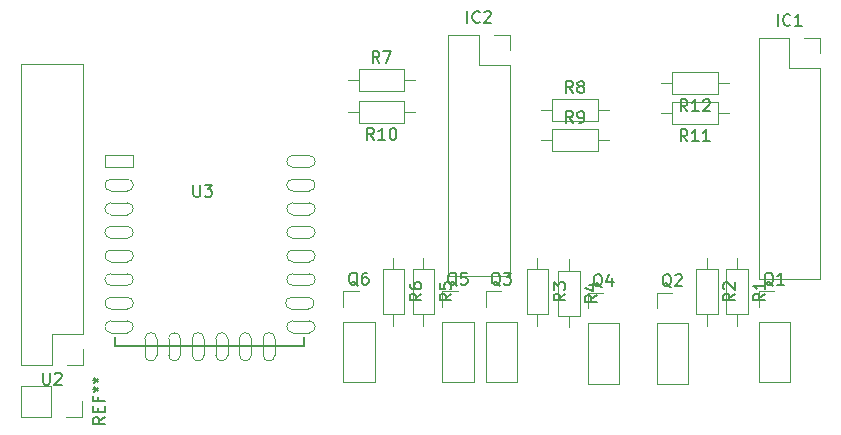
<source format=gbr>
G04 #@! TF.GenerationSoftware,KiCad,Pcbnew,(5.1.6)-1*
G04 #@! TF.CreationDate,2020-12-09T17:58:41+01:00*
G04 #@! TF.ProjectId,Rolety jadalnia x3,526f6c65-7479-4206-9a61-64616c6e6961,rev?*
G04 #@! TF.SameCoordinates,Original*
G04 #@! TF.FileFunction,Legend,Top*
G04 #@! TF.FilePolarity,Positive*
%FSLAX46Y46*%
G04 Gerber Fmt 4.6, Leading zero omitted, Abs format (unit mm)*
G04 Created by KiCad (PCBNEW (5.1.6)-1) date 2020-12-09 17:58:41*
%MOMM*%
%LPD*%
G01*
G04 APERTURE LIST*
%ADD10C,0.120000*%
%ADD11C,0.152400*%
%ADD12C,0.100000*%
%ADD13C,0.150000*%
G04 APERTURE END LIST*
D10*
X37846000Y-52010000D02*
X37846000Y-54670000D01*
X37846000Y-52010000D02*
X35246000Y-52010000D01*
X35246000Y-52010000D02*
X35246000Y-54670000D01*
X37846000Y-54670000D02*
X35246000Y-54670000D01*
X40446000Y-54670000D02*
X39116000Y-54670000D01*
X40446000Y-53340000D02*
X40446000Y-54670000D01*
X40493001Y-24752001D02*
X35293001Y-24752001D01*
X35293001Y-50272001D02*
X35293001Y-24752001D01*
X40493001Y-47672001D02*
X37893001Y-47672001D01*
X40493001Y-47672001D02*
X40493001Y-24752001D01*
X37893001Y-50272001D02*
X35293001Y-50272001D01*
X40493001Y-48942001D02*
X40493001Y-50272001D01*
X37893001Y-47672001D02*
X37893001Y-50272001D01*
X40493001Y-50272001D02*
X39163001Y-50272001D01*
X97730000Y-22546000D02*
X100330000Y-22546000D01*
X97730000Y-22546000D02*
X97730000Y-42986000D01*
X97730000Y-42986000D02*
X102930000Y-42986000D01*
X102930000Y-25146000D02*
X102930000Y-42986000D01*
X100330000Y-25146000D02*
X102930000Y-25146000D01*
X100330000Y-22546000D02*
X100330000Y-25146000D01*
X102930000Y-22546000D02*
X102930000Y-23876000D01*
X101600000Y-22546000D02*
X102930000Y-22546000D01*
X71441000Y-22292000D02*
X74041000Y-22292000D01*
X71441000Y-22292000D02*
X71441000Y-42732000D01*
X71441000Y-42732000D02*
X76641000Y-42732000D01*
X76641000Y-24892000D02*
X76641000Y-42732000D01*
X74041000Y-24892000D02*
X76641000Y-24892000D01*
X74041000Y-22292000D02*
X74041000Y-24892000D01*
X76641000Y-22292000D02*
X76641000Y-23622000D01*
X75311000Y-22292000D02*
X76641000Y-22292000D01*
X97730000Y-51749000D02*
X100390000Y-51749000D01*
X97730000Y-46609000D02*
X97730000Y-51749000D01*
X100390000Y-46609000D02*
X100390000Y-51749000D01*
X97730000Y-46609000D02*
X100390000Y-46609000D01*
X97730000Y-45339000D02*
X97730000Y-44009000D01*
X97730000Y-44009000D02*
X99060000Y-44009000D01*
X89094000Y-51876000D02*
X91754000Y-51876000D01*
X89094000Y-46736000D02*
X89094000Y-51876000D01*
X91754000Y-46736000D02*
X91754000Y-51876000D01*
X89094000Y-46736000D02*
X91754000Y-46736000D01*
X89094000Y-45466000D02*
X89094000Y-44136000D01*
X89094000Y-44136000D02*
X90424000Y-44136000D01*
X74616000Y-51749000D02*
X77276000Y-51749000D01*
X74616000Y-46609000D02*
X74616000Y-51749000D01*
X77276000Y-46609000D02*
X77276000Y-51749000D01*
X74616000Y-46609000D02*
X77276000Y-46609000D01*
X74616000Y-45339000D02*
X74616000Y-44009000D01*
X74616000Y-44009000D02*
X75946000Y-44009000D01*
X83252000Y-51876000D02*
X85912000Y-51876000D01*
X83252000Y-46736000D02*
X83252000Y-51876000D01*
X85912000Y-46736000D02*
X85912000Y-51876000D01*
X83252000Y-46736000D02*
X85912000Y-46736000D01*
X83252000Y-45466000D02*
X83252000Y-44136000D01*
X83252000Y-44136000D02*
X84582000Y-44136000D01*
X70933000Y-51749000D02*
X73593000Y-51749000D01*
X70933000Y-46609000D02*
X70933000Y-51749000D01*
X73593000Y-46609000D02*
X73593000Y-51749000D01*
X70933000Y-46609000D02*
X73593000Y-46609000D01*
X70933000Y-45339000D02*
X70933000Y-44009000D01*
X70933000Y-44009000D02*
X72263000Y-44009000D01*
X62551000Y-51749000D02*
X65211000Y-51749000D01*
X62551000Y-46609000D02*
X62551000Y-51749000D01*
X65211000Y-46609000D02*
X65211000Y-51749000D01*
X62551000Y-46609000D02*
X65211000Y-46609000D01*
X62551000Y-45339000D02*
X62551000Y-44009000D01*
X62551000Y-44009000D02*
X63881000Y-44009000D01*
D11*
X43257001Y-47891001D02*
X43257001Y-48653001D01*
X43257001Y-48653001D02*
X59259001Y-48653001D01*
X59259001Y-48653001D02*
X59259001Y-47891001D01*
D10*
X96805000Y-42149000D02*
X94965000Y-42149000D01*
X94965000Y-42149000D02*
X94965000Y-45989000D01*
X94965000Y-45989000D02*
X96805000Y-45989000D01*
X96805000Y-45989000D02*
X96805000Y-42149000D01*
X95885000Y-41199000D02*
X95885000Y-42149000D01*
X95885000Y-46939000D02*
X95885000Y-45989000D01*
X93345000Y-46939000D02*
X93345000Y-45989000D01*
X93345000Y-41199000D02*
X93345000Y-42149000D01*
X94265000Y-45989000D02*
X94265000Y-42149000D01*
X92425000Y-45989000D02*
X94265000Y-45989000D01*
X92425000Y-42149000D02*
X92425000Y-45989000D01*
X94265000Y-42149000D02*
X92425000Y-42149000D01*
X79914000Y-42149000D02*
X78074000Y-42149000D01*
X78074000Y-42149000D02*
X78074000Y-45989000D01*
X78074000Y-45989000D02*
X79914000Y-45989000D01*
X79914000Y-45989000D02*
X79914000Y-42149000D01*
X78994000Y-41199000D02*
X78994000Y-42149000D01*
X78994000Y-46939000D02*
X78994000Y-45989000D01*
X81661000Y-47066000D02*
X81661000Y-46116000D01*
X81661000Y-41326000D02*
X81661000Y-42276000D01*
X82581000Y-46116000D02*
X82581000Y-42276000D01*
X80741000Y-46116000D02*
X82581000Y-46116000D01*
X80741000Y-42276000D02*
X80741000Y-46116000D01*
X82581000Y-42276000D02*
X80741000Y-42276000D01*
X70262000Y-42149000D02*
X68422000Y-42149000D01*
X68422000Y-42149000D02*
X68422000Y-45989000D01*
X68422000Y-45989000D02*
X70262000Y-45989000D01*
X70262000Y-45989000D02*
X70262000Y-42149000D01*
X69342000Y-41199000D02*
X69342000Y-42149000D01*
X69342000Y-46939000D02*
X69342000Y-45989000D01*
X66802000Y-46939000D02*
X66802000Y-45989000D01*
X66802000Y-41199000D02*
X66802000Y-42149000D01*
X67722000Y-45989000D02*
X67722000Y-42149000D01*
X65882000Y-45989000D02*
X67722000Y-45989000D01*
X65882000Y-42149000D02*
X65882000Y-45989000D01*
X67722000Y-42149000D02*
X65882000Y-42149000D01*
X63866000Y-25242000D02*
X63866000Y-27082000D01*
X63866000Y-27082000D02*
X67706000Y-27082000D01*
X67706000Y-27082000D02*
X67706000Y-25242000D01*
X67706000Y-25242000D02*
X63866000Y-25242000D01*
X62916000Y-26162000D02*
X63866000Y-26162000D01*
X68656000Y-26162000D02*
X67706000Y-26162000D01*
X85039000Y-28702000D02*
X84089000Y-28702000D01*
X79299000Y-28702000D02*
X80249000Y-28702000D01*
X84089000Y-27782000D02*
X80249000Y-27782000D01*
X84089000Y-29622000D02*
X84089000Y-27782000D01*
X80249000Y-29622000D02*
X84089000Y-29622000D01*
X80249000Y-27782000D02*
X80249000Y-29622000D01*
X80249000Y-30322000D02*
X80249000Y-32162000D01*
X80249000Y-32162000D02*
X84089000Y-32162000D01*
X84089000Y-32162000D02*
X84089000Y-30322000D01*
X84089000Y-30322000D02*
X80249000Y-30322000D01*
X79299000Y-31242000D02*
X80249000Y-31242000D01*
X85039000Y-31242000D02*
X84089000Y-31242000D01*
X62916000Y-28829000D02*
X63866000Y-28829000D01*
X68656000Y-28829000D02*
X67706000Y-28829000D01*
X63866000Y-29749000D02*
X67706000Y-29749000D01*
X63866000Y-27909000D02*
X63866000Y-29749000D01*
X67706000Y-27909000D02*
X63866000Y-27909000D01*
X67706000Y-29749000D02*
X67706000Y-27909000D01*
X94249000Y-29876000D02*
X94249000Y-28036000D01*
X94249000Y-28036000D02*
X90409000Y-28036000D01*
X90409000Y-28036000D02*
X90409000Y-29876000D01*
X90409000Y-29876000D02*
X94249000Y-29876000D01*
X95199000Y-28956000D02*
X94249000Y-28956000D01*
X89459000Y-28956000D02*
X90409000Y-28956000D01*
X89459000Y-26416000D02*
X90409000Y-26416000D01*
X95199000Y-26416000D02*
X94249000Y-26416000D01*
X90409000Y-27336000D02*
X94249000Y-27336000D01*
X90409000Y-25496000D02*
X90409000Y-27336000D01*
X94249000Y-25496000D02*
X90409000Y-25496000D01*
X94249000Y-27336000D02*
X94249000Y-25496000D01*
D12*
X56763001Y-49432001D02*
X56763001Y-48032001D01*
X55763001Y-49432001D02*
X55763001Y-48032001D01*
X56763001Y-48032001D02*
G75*
G03*
X55763001Y-48032001I-500000J0D01*
G01*
X55763001Y-49432001D02*
G75*
G03*
X56763001Y-49432001I500000J0D01*
G01*
X54763001Y-49432001D02*
X54763001Y-48032001D01*
X53763001Y-49432001D02*
X53763001Y-48032001D01*
X54763001Y-48032001D02*
G75*
G03*
X53763001Y-48032001I-500000J0D01*
G01*
X53763001Y-49432001D02*
G75*
G03*
X54763001Y-49432001I500000J0D01*
G01*
X52763001Y-49432001D02*
X52763001Y-48032001D01*
X51763001Y-49432001D02*
X51763001Y-48032001D01*
X52763001Y-48032001D02*
G75*
G03*
X51763001Y-48032001I-500000J0D01*
G01*
X51763001Y-49432001D02*
G75*
G03*
X52763001Y-49432001I500000J0D01*
G01*
X50763001Y-49432001D02*
X50763001Y-48032001D01*
X49763001Y-49432001D02*
X49763001Y-48032001D01*
X50763001Y-48032001D02*
G75*
G03*
X49763001Y-48032001I-500000J0D01*
G01*
X49763001Y-49432001D02*
G75*
G03*
X50763001Y-49432001I500000J0D01*
G01*
X48763001Y-49432001D02*
X48763001Y-48032001D01*
X47763001Y-49432001D02*
X47763001Y-48032001D01*
X48763001Y-48032001D02*
G75*
G03*
X47763001Y-48032001I-500000J0D01*
G01*
X47763001Y-49432001D02*
G75*
G03*
X48763001Y-49432001I500000J0D01*
G01*
X46763001Y-49432001D02*
X46763001Y-48032001D01*
X45763001Y-49432001D02*
X45763001Y-48032001D01*
X46763001Y-48032001D02*
G75*
G03*
X45763001Y-48032001I-500000J0D01*
G01*
X45763001Y-49432001D02*
G75*
G03*
X46763001Y-49432001I500000J0D01*
G01*
X58273001Y-33532001D02*
X59673001Y-33532001D01*
X58273001Y-32532001D02*
X59673001Y-32532001D01*
X59673001Y-33532001D02*
G75*
G03*
X59673001Y-32532001I0J500000D01*
G01*
X58273001Y-32532001D02*
G75*
G03*
X58273001Y-33532001I0J-500000D01*
G01*
X58273001Y-35532001D02*
X59673001Y-35532001D01*
X58273001Y-34532001D02*
X59673001Y-34532001D01*
X59673001Y-35532001D02*
G75*
G03*
X59673001Y-34532001I0J500000D01*
G01*
X58273001Y-34532001D02*
G75*
G03*
X58273001Y-35532001I0J-500000D01*
G01*
X58273001Y-37532001D02*
X59673001Y-37532001D01*
X58273001Y-36532001D02*
X59673001Y-36532001D01*
X59673001Y-37532001D02*
G75*
G03*
X59673001Y-36532001I0J500000D01*
G01*
X58273001Y-36532001D02*
G75*
G03*
X58273001Y-37532001I0J-500000D01*
G01*
X58273001Y-39532001D02*
X59673001Y-39532001D01*
X58273001Y-38532001D02*
X59673001Y-38532001D01*
X59673001Y-39532001D02*
G75*
G03*
X59673001Y-38532001I0J500000D01*
G01*
X58273001Y-38532001D02*
G75*
G03*
X58273001Y-39532001I0J-500000D01*
G01*
X58273001Y-41532001D02*
X59673001Y-41532001D01*
X58273001Y-40532001D02*
X59673001Y-40532001D01*
X59673001Y-41532001D02*
G75*
G03*
X59673001Y-40532001I0J500000D01*
G01*
X58273001Y-40532001D02*
G75*
G03*
X58273001Y-41532001I0J-500000D01*
G01*
X58273001Y-43532001D02*
X59673001Y-43532001D01*
X58273001Y-42532001D02*
X59673001Y-42532001D01*
X59673001Y-43532001D02*
G75*
G03*
X59673001Y-42532001I0J500000D01*
G01*
X58273001Y-42532001D02*
G75*
G03*
X58273001Y-43532001I0J-500000D01*
G01*
X58173001Y-45532001D02*
X59573001Y-45532001D01*
X58173001Y-44532001D02*
X59573001Y-44532001D01*
X59573001Y-45532001D02*
G75*
G03*
X59573001Y-44532001I0J500000D01*
G01*
X58173001Y-44532001D02*
G75*
G03*
X58173001Y-45532001I0J-500000D01*
G01*
X58273001Y-47532001D02*
X59673001Y-47532001D01*
X58273001Y-46532001D02*
X59673001Y-46532001D01*
X59673001Y-47532001D02*
G75*
G03*
X59673001Y-46532001I0J500000D01*
G01*
X58273001Y-46532001D02*
G75*
G03*
X58273001Y-47532001I0J-500000D01*
G01*
X42873001Y-47532001D02*
X44273001Y-47532001D01*
X42873001Y-46532001D02*
X44273001Y-46532001D01*
X44273001Y-47532001D02*
G75*
G03*
X44273001Y-46532001I0J500000D01*
G01*
X42873001Y-46532001D02*
G75*
G03*
X42873001Y-47532001I0J-500000D01*
G01*
X42873001Y-45532001D02*
X44273001Y-45532001D01*
X42873001Y-44532001D02*
X44273001Y-44532001D01*
X44273001Y-45532001D02*
G75*
G03*
X44273001Y-44532001I0J500000D01*
G01*
X42873001Y-44532001D02*
G75*
G03*
X42873001Y-45532001I0J-500000D01*
G01*
X42873001Y-43532001D02*
X44273001Y-43532001D01*
X42873001Y-42532001D02*
X44273001Y-42532001D01*
X44273001Y-43532001D02*
G75*
G03*
X44273001Y-42532001I0J500000D01*
G01*
X42873001Y-42532001D02*
G75*
G03*
X42873001Y-43532001I0J-500000D01*
G01*
X42873001Y-41532001D02*
X44273001Y-41532001D01*
X42873001Y-40532001D02*
X44273001Y-40532001D01*
X44273001Y-41532001D02*
G75*
G03*
X44273001Y-40532001I0J500000D01*
G01*
X42873001Y-40532001D02*
G75*
G03*
X42873001Y-41532001I0J-500000D01*
G01*
X42873001Y-39532001D02*
X44273001Y-39532001D01*
X42873001Y-38532001D02*
X44273001Y-38532001D01*
X44273001Y-39532001D02*
G75*
G03*
X44273001Y-38532001I0J500000D01*
G01*
X42873001Y-38532001D02*
G75*
G03*
X42873001Y-39532001I0J-500000D01*
G01*
X42873001Y-37532001D02*
X44273001Y-37532001D01*
X42873001Y-36532001D02*
X44273001Y-36532001D01*
X44273001Y-37532001D02*
G75*
G03*
X44273001Y-36532001I0J500000D01*
G01*
X42873001Y-36532001D02*
G75*
G03*
X42873001Y-37532001I0J-500000D01*
G01*
X42873001Y-35532001D02*
X44273001Y-35532001D01*
X42873001Y-34532001D02*
X44273001Y-34532001D01*
X44273001Y-35532001D02*
G75*
G03*
X44273001Y-34532001I0J500000D01*
G01*
X42873001Y-34532001D02*
G75*
G03*
X42873001Y-35532001I0J-500000D01*
G01*
X42373001Y-32532001D02*
X42373001Y-33532001D01*
X44773001Y-33532001D01*
X44773001Y-32532001D01*
X42373001Y-32532001D01*
D13*
X42338380Y-54673333D02*
X41862190Y-55006666D01*
X42338380Y-55244761D02*
X41338380Y-55244761D01*
X41338380Y-54863809D01*
X41386000Y-54768571D01*
X41433619Y-54720952D01*
X41528857Y-54673333D01*
X41671714Y-54673333D01*
X41766952Y-54720952D01*
X41814571Y-54768571D01*
X41862190Y-54863809D01*
X41862190Y-55244761D01*
X41814571Y-54244761D02*
X41814571Y-53911428D01*
X42338380Y-53768571D02*
X42338380Y-54244761D01*
X41338380Y-54244761D01*
X41338380Y-53768571D01*
X41814571Y-53006666D02*
X41814571Y-53340000D01*
X42338380Y-53340000D02*
X41338380Y-53340000D01*
X41338380Y-52863809D01*
X41338380Y-52340000D02*
X41576476Y-52340000D01*
X41481238Y-52578095D02*
X41576476Y-52340000D01*
X41481238Y-52101904D01*
X41766952Y-52482857D02*
X41576476Y-52340000D01*
X41766952Y-52197142D01*
X41338380Y-51578095D02*
X41576476Y-51578095D01*
X41481238Y-51816190D02*
X41576476Y-51578095D01*
X41481238Y-51340000D01*
X41766952Y-51720952D02*
X41576476Y-51578095D01*
X41766952Y-51435238D01*
X37131096Y-50934381D02*
X37131096Y-51743905D01*
X37178715Y-51839143D01*
X37226334Y-51886762D01*
X37321572Y-51934381D01*
X37512048Y-51934381D01*
X37607286Y-51886762D01*
X37654905Y-51839143D01*
X37702524Y-51743905D01*
X37702524Y-50934381D01*
X38131096Y-51029620D02*
X38178715Y-50982001D01*
X38273953Y-50934381D01*
X38512048Y-50934381D01*
X38607286Y-50982001D01*
X38654905Y-51029620D01*
X38702524Y-51124858D01*
X38702524Y-51220096D01*
X38654905Y-51362953D01*
X38083477Y-51934381D01*
X38702524Y-51934381D01*
X99353809Y-21558380D02*
X99353809Y-20558380D01*
X100401428Y-21463142D02*
X100353809Y-21510761D01*
X100210952Y-21558380D01*
X100115714Y-21558380D01*
X99972857Y-21510761D01*
X99877619Y-21415523D01*
X99830000Y-21320285D01*
X99782380Y-21129809D01*
X99782380Y-20986952D01*
X99830000Y-20796476D01*
X99877619Y-20701238D01*
X99972857Y-20606000D01*
X100115714Y-20558380D01*
X100210952Y-20558380D01*
X100353809Y-20606000D01*
X100401428Y-20653619D01*
X101353809Y-21558380D02*
X100782380Y-21558380D01*
X101068095Y-21558380D02*
X101068095Y-20558380D01*
X100972857Y-20701238D01*
X100877619Y-20796476D01*
X100782380Y-20844095D01*
X73064809Y-21304380D02*
X73064809Y-20304380D01*
X74112428Y-21209142D02*
X74064809Y-21256761D01*
X73921952Y-21304380D01*
X73826714Y-21304380D01*
X73683857Y-21256761D01*
X73588619Y-21161523D01*
X73541000Y-21066285D01*
X73493380Y-20875809D01*
X73493380Y-20732952D01*
X73541000Y-20542476D01*
X73588619Y-20447238D01*
X73683857Y-20352000D01*
X73826714Y-20304380D01*
X73921952Y-20304380D01*
X74064809Y-20352000D01*
X74112428Y-20399619D01*
X74493380Y-20399619D02*
X74541000Y-20352000D01*
X74636238Y-20304380D01*
X74874333Y-20304380D01*
X74969571Y-20352000D01*
X75017190Y-20399619D01*
X75064809Y-20494857D01*
X75064809Y-20590095D01*
X75017190Y-20732952D01*
X74445761Y-21304380D01*
X75064809Y-21304380D01*
X98964761Y-43556619D02*
X98869523Y-43509000D01*
X98774285Y-43413761D01*
X98631428Y-43270904D01*
X98536190Y-43223285D01*
X98440952Y-43223285D01*
X98488571Y-43461380D02*
X98393333Y-43413761D01*
X98298095Y-43318523D01*
X98250476Y-43128047D01*
X98250476Y-42794714D01*
X98298095Y-42604238D01*
X98393333Y-42509000D01*
X98488571Y-42461380D01*
X98679047Y-42461380D01*
X98774285Y-42509000D01*
X98869523Y-42604238D01*
X98917142Y-42794714D01*
X98917142Y-43128047D01*
X98869523Y-43318523D01*
X98774285Y-43413761D01*
X98679047Y-43461380D01*
X98488571Y-43461380D01*
X99869523Y-43461380D02*
X99298095Y-43461380D01*
X99583809Y-43461380D02*
X99583809Y-42461380D01*
X99488571Y-42604238D01*
X99393333Y-42699476D01*
X99298095Y-42747095D01*
X90328761Y-43683619D02*
X90233523Y-43636000D01*
X90138285Y-43540761D01*
X89995428Y-43397904D01*
X89900190Y-43350285D01*
X89804952Y-43350285D01*
X89852571Y-43588380D02*
X89757333Y-43540761D01*
X89662095Y-43445523D01*
X89614476Y-43255047D01*
X89614476Y-42921714D01*
X89662095Y-42731238D01*
X89757333Y-42636000D01*
X89852571Y-42588380D01*
X90043047Y-42588380D01*
X90138285Y-42636000D01*
X90233523Y-42731238D01*
X90281142Y-42921714D01*
X90281142Y-43255047D01*
X90233523Y-43445523D01*
X90138285Y-43540761D01*
X90043047Y-43588380D01*
X89852571Y-43588380D01*
X90662095Y-42683619D02*
X90709714Y-42636000D01*
X90804952Y-42588380D01*
X91043047Y-42588380D01*
X91138285Y-42636000D01*
X91185904Y-42683619D01*
X91233523Y-42778857D01*
X91233523Y-42874095D01*
X91185904Y-43016952D01*
X90614476Y-43588380D01*
X91233523Y-43588380D01*
X75850761Y-43556619D02*
X75755523Y-43509000D01*
X75660285Y-43413761D01*
X75517428Y-43270904D01*
X75422190Y-43223285D01*
X75326952Y-43223285D01*
X75374571Y-43461380D02*
X75279333Y-43413761D01*
X75184095Y-43318523D01*
X75136476Y-43128047D01*
X75136476Y-42794714D01*
X75184095Y-42604238D01*
X75279333Y-42509000D01*
X75374571Y-42461380D01*
X75565047Y-42461380D01*
X75660285Y-42509000D01*
X75755523Y-42604238D01*
X75803142Y-42794714D01*
X75803142Y-43128047D01*
X75755523Y-43318523D01*
X75660285Y-43413761D01*
X75565047Y-43461380D01*
X75374571Y-43461380D01*
X76136476Y-42461380D02*
X76755523Y-42461380D01*
X76422190Y-42842333D01*
X76565047Y-42842333D01*
X76660285Y-42889952D01*
X76707904Y-42937571D01*
X76755523Y-43032809D01*
X76755523Y-43270904D01*
X76707904Y-43366142D01*
X76660285Y-43413761D01*
X76565047Y-43461380D01*
X76279333Y-43461380D01*
X76184095Y-43413761D01*
X76136476Y-43366142D01*
X84486761Y-43683619D02*
X84391523Y-43636000D01*
X84296285Y-43540761D01*
X84153428Y-43397904D01*
X84058190Y-43350285D01*
X83962952Y-43350285D01*
X84010571Y-43588380D02*
X83915333Y-43540761D01*
X83820095Y-43445523D01*
X83772476Y-43255047D01*
X83772476Y-42921714D01*
X83820095Y-42731238D01*
X83915333Y-42636000D01*
X84010571Y-42588380D01*
X84201047Y-42588380D01*
X84296285Y-42636000D01*
X84391523Y-42731238D01*
X84439142Y-42921714D01*
X84439142Y-43255047D01*
X84391523Y-43445523D01*
X84296285Y-43540761D01*
X84201047Y-43588380D01*
X84010571Y-43588380D01*
X85296285Y-42921714D02*
X85296285Y-43588380D01*
X85058190Y-42540761D02*
X84820095Y-43255047D01*
X85439142Y-43255047D01*
X72167761Y-43556619D02*
X72072523Y-43509000D01*
X71977285Y-43413761D01*
X71834428Y-43270904D01*
X71739190Y-43223285D01*
X71643952Y-43223285D01*
X71691571Y-43461380D02*
X71596333Y-43413761D01*
X71501095Y-43318523D01*
X71453476Y-43128047D01*
X71453476Y-42794714D01*
X71501095Y-42604238D01*
X71596333Y-42509000D01*
X71691571Y-42461380D01*
X71882047Y-42461380D01*
X71977285Y-42509000D01*
X72072523Y-42604238D01*
X72120142Y-42794714D01*
X72120142Y-43128047D01*
X72072523Y-43318523D01*
X71977285Y-43413761D01*
X71882047Y-43461380D01*
X71691571Y-43461380D01*
X73024904Y-42461380D02*
X72548714Y-42461380D01*
X72501095Y-42937571D01*
X72548714Y-42889952D01*
X72643952Y-42842333D01*
X72882047Y-42842333D01*
X72977285Y-42889952D01*
X73024904Y-42937571D01*
X73072523Y-43032809D01*
X73072523Y-43270904D01*
X73024904Y-43366142D01*
X72977285Y-43413761D01*
X72882047Y-43461380D01*
X72643952Y-43461380D01*
X72548714Y-43413761D01*
X72501095Y-43366142D01*
X63785761Y-43556619D02*
X63690523Y-43509000D01*
X63595285Y-43413761D01*
X63452428Y-43270904D01*
X63357190Y-43223285D01*
X63261952Y-43223285D01*
X63309571Y-43461380D02*
X63214333Y-43413761D01*
X63119095Y-43318523D01*
X63071476Y-43128047D01*
X63071476Y-42794714D01*
X63119095Y-42604238D01*
X63214333Y-42509000D01*
X63309571Y-42461380D01*
X63500047Y-42461380D01*
X63595285Y-42509000D01*
X63690523Y-42604238D01*
X63738142Y-42794714D01*
X63738142Y-43128047D01*
X63690523Y-43318523D01*
X63595285Y-43413761D01*
X63500047Y-43461380D01*
X63309571Y-43461380D01*
X64595285Y-42461380D02*
X64404809Y-42461380D01*
X64309571Y-42509000D01*
X64261952Y-42556619D01*
X64166714Y-42699476D01*
X64119095Y-42889952D01*
X64119095Y-43270904D01*
X64166714Y-43366142D01*
X64214333Y-43413761D01*
X64309571Y-43461380D01*
X64500047Y-43461380D01*
X64595285Y-43413761D01*
X64642904Y-43366142D01*
X64690523Y-43270904D01*
X64690523Y-43032809D01*
X64642904Y-42937571D01*
X64595285Y-42889952D01*
X64500047Y-42842333D01*
X64309571Y-42842333D01*
X64214333Y-42889952D01*
X64166714Y-42937571D01*
X64119095Y-43032809D01*
X49861096Y-35024381D02*
X49861096Y-35833905D01*
X49908715Y-35929143D01*
X49956334Y-35976762D01*
X50051572Y-36024381D01*
X50242048Y-36024381D01*
X50337286Y-35976762D01*
X50384905Y-35929143D01*
X50432524Y-35833905D01*
X50432524Y-35024381D01*
X50813477Y-35024381D02*
X51432524Y-35024381D01*
X51099191Y-35405334D01*
X51242048Y-35405334D01*
X51337286Y-35452953D01*
X51384905Y-35500572D01*
X51432524Y-35595810D01*
X51432524Y-35833905D01*
X51384905Y-35929143D01*
X51337286Y-35976762D01*
X51242048Y-36024381D01*
X50956334Y-36024381D01*
X50861096Y-35976762D01*
X50813477Y-35929143D01*
X98257380Y-44235666D02*
X97781190Y-44569000D01*
X98257380Y-44807095D02*
X97257380Y-44807095D01*
X97257380Y-44426142D01*
X97305000Y-44330904D01*
X97352619Y-44283285D01*
X97447857Y-44235666D01*
X97590714Y-44235666D01*
X97685952Y-44283285D01*
X97733571Y-44330904D01*
X97781190Y-44426142D01*
X97781190Y-44807095D01*
X98257380Y-43283285D02*
X98257380Y-43854714D01*
X98257380Y-43569000D02*
X97257380Y-43569000D01*
X97400238Y-43664238D01*
X97495476Y-43759476D01*
X97543095Y-43854714D01*
X95717380Y-44235666D02*
X95241190Y-44569000D01*
X95717380Y-44807095D02*
X94717380Y-44807095D01*
X94717380Y-44426142D01*
X94765000Y-44330904D01*
X94812619Y-44283285D01*
X94907857Y-44235666D01*
X95050714Y-44235666D01*
X95145952Y-44283285D01*
X95193571Y-44330904D01*
X95241190Y-44426142D01*
X95241190Y-44807095D01*
X94812619Y-43854714D02*
X94765000Y-43807095D01*
X94717380Y-43711857D01*
X94717380Y-43473761D01*
X94765000Y-43378523D01*
X94812619Y-43330904D01*
X94907857Y-43283285D01*
X95003095Y-43283285D01*
X95145952Y-43330904D01*
X95717380Y-43902333D01*
X95717380Y-43283285D01*
X81366380Y-44235666D02*
X80890190Y-44569000D01*
X81366380Y-44807095D02*
X80366380Y-44807095D01*
X80366380Y-44426142D01*
X80414000Y-44330904D01*
X80461619Y-44283285D01*
X80556857Y-44235666D01*
X80699714Y-44235666D01*
X80794952Y-44283285D01*
X80842571Y-44330904D01*
X80890190Y-44426142D01*
X80890190Y-44807095D01*
X80366380Y-43902333D02*
X80366380Y-43283285D01*
X80747333Y-43616619D01*
X80747333Y-43473761D01*
X80794952Y-43378523D01*
X80842571Y-43330904D01*
X80937809Y-43283285D01*
X81175904Y-43283285D01*
X81271142Y-43330904D01*
X81318761Y-43378523D01*
X81366380Y-43473761D01*
X81366380Y-43759476D01*
X81318761Y-43854714D01*
X81271142Y-43902333D01*
X84033380Y-44362666D02*
X83557190Y-44696000D01*
X84033380Y-44934095D02*
X83033380Y-44934095D01*
X83033380Y-44553142D01*
X83081000Y-44457904D01*
X83128619Y-44410285D01*
X83223857Y-44362666D01*
X83366714Y-44362666D01*
X83461952Y-44410285D01*
X83509571Y-44457904D01*
X83557190Y-44553142D01*
X83557190Y-44934095D01*
X83366714Y-43505523D02*
X84033380Y-43505523D01*
X82985761Y-43743619D02*
X83700047Y-43981714D01*
X83700047Y-43362666D01*
X71714380Y-44235666D02*
X71238190Y-44569000D01*
X71714380Y-44807095D02*
X70714380Y-44807095D01*
X70714380Y-44426142D01*
X70762000Y-44330904D01*
X70809619Y-44283285D01*
X70904857Y-44235666D01*
X71047714Y-44235666D01*
X71142952Y-44283285D01*
X71190571Y-44330904D01*
X71238190Y-44426142D01*
X71238190Y-44807095D01*
X70714380Y-43330904D02*
X70714380Y-43807095D01*
X71190571Y-43854714D01*
X71142952Y-43807095D01*
X71095333Y-43711857D01*
X71095333Y-43473761D01*
X71142952Y-43378523D01*
X71190571Y-43330904D01*
X71285809Y-43283285D01*
X71523904Y-43283285D01*
X71619142Y-43330904D01*
X71666761Y-43378523D01*
X71714380Y-43473761D01*
X71714380Y-43711857D01*
X71666761Y-43807095D01*
X71619142Y-43854714D01*
X69174380Y-44235666D02*
X68698190Y-44569000D01*
X69174380Y-44807095D02*
X68174380Y-44807095D01*
X68174380Y-44426142D01*
X68222000Y-44330904D01*
X68269619Y-44283285D01*
X68364857Y-44235666D01*
X68507714Y-44235666D01*
X68602952Y-44283285D01*
X68650571Y-44330904D01*
X68698190Y-44426142D01*
X68698190Y-44807095D01*
X68174380Y-43378523D02*
X68174380Y-43569000D01*
X68222000Y-43664238D01*
X68269619Y-43711857D01*
X68412476Y-43807095D01*
X68602952Y-43854714D01*
X68983904Y-43854714D01*
X69079142Y-43807095D01*
X69126761Y-43759476D01*
X69174380Y-43664238D01*
X69174380Y-43473761D01*
X69126761Y-43378523D01*
X69079142Y-43330904D01*
X68983904Y-43283285D01*
X68745809Y-43283285D01*
X68650571Y-43330904D01*
X68602952Y-43378523D01*
X68555333Y-43473761D01*
X68555333Y-43664238D01*
X68602952Y-43759476D01*
X68650571Y-43807095D01*
X68745809Y-43854714D01*
X65619333Y-24694380D02*
X65286000Y-24218190D01*
X65047904Y-24694380D02*
X65047904Y-23694380D01*
X65428857Y-23694380D01*
X65524095Y-23742000D01*
X65571714Y-23789619D01*
X65619333Y-23884857D01*
X65619333Y-24027714D01*
X65571714Y-24122952D01*
X65524095Y-24170571D01*
X65428857Y-24218190D01*
X65047904Y-24218190D01*
X65952666Y-23694380D02*
X66619333Y-23694380D01*
X66190761Y-24694380D01*
X82002333Y-27234380D02*
X81669000Y-26758190D01*
X81430904Y-27234380D02*
X81430904Y-26234380D01*
X81811857Y-26234380D01*
X81907095Y-26282000D01*
X81954714Y-26329619D01*
X82002333Y-26424857D01*
X82002333Y-26567714D01*
X81954714Y-26662952D01*
X81907095Y-26710571D01*
X81811857Y-26758190D01*
X81430904Y-26758190D01*
X82573761Y-26662952D02*
X82478523Y-26615333D01*
X82430904Y-26567714D01*
X82383285Y-26472476D01*
X82383285Y-26424857D01*
X82430904Y-26329619D01*
X82478523Y-26282000D01*
X82573761Y-26234380D01*
X82764238Y-26234380D01*
X82859476Y-26282000D01*
X82907095Y-26329619D01*
X82954714Y-26424857D01*
X82954714Y-26472476D01*
X82907095Y-26567714D01*
X82859476Y-26615333D01*
X82764238Y-26662952D01*
X82573761Y-26662952D01*
X82478523Y-26710571D01*
X82430904Y-26758190D01*
X82383285Y-26853428D01*
X82383285Y-27043904D01*
X82430904Y-27139142D01*
X82478523Y-27186761D01*
X82573761Y-27234380D01*
X82764238Y-27234380D01*
X82859476Y-27186761D01*
X82907095Y-27139142D01*
X82954714Y-27043904D01*
X82954714Y-26853428D01*
X82907095Y-26758190D01*
X82859476Y-26710571D01*
X82764238Y-26662952D01*
X82002333Y-29774380D02*
X81669000Y-29298190D01*
X81430904Y-29774380D02*
X81430904Y-28774380D01*
X81811857Y-28774380D01*
X81907095Y-28822000D01*
X81954714Y-28869619D01*
X82002333Y-28964857D01*
X82002333Y-29107714D01*
X81954714Y-29202952D01*
X81907095Y-29250571D01*
X81811857Y-29298190D01*
X81430904Y-29298190D01*
X82478523Y-29774380D02*
X82669000Y-29774380D01*
X82764238Y-29726761D01*
X82811857Y-29679142D01*
X82907095Y-29536285D01*
X82954714Y-29345809D01*
X82954714Y-28964857D01*
X82907095Y-28869619D01*
X82859476Y-28822000D01*
X82764238Y-28774380D01*
X82573761Y-28774380D01*
X82478523Y-28822000D01*
X82430904Y-28869619D01*
X82383285Y-28964857D01*
X82383285Y-29202952D01*
X82430904Y-29298190D01*
X82478523Y-29345809D01*
X82573761Y-29393428D01*
X82764238Y-29393428D01*
X82859476Y-29345809D01*
X82907095Y-29298190D01*
X82954714Y-29202952D01*
X65143142Y-31201380D02*
X64809809Y-30725190D01*
X64571714Y-31201380D02*
X64571714Y-30201380D01*
X64952666Y-30201380D01*
X65047904Y-30249000D01*
X65095523Y-30296619D01*
X65143142Y-30391857D01*
X65143142Y-30534714D01*
X65095523Y-30629952D01*
X65047904Y-30677571D01*
X64952666Y-30725190D01*
X64571714Y-30725190D01*
X66095523Y-31201380D02*
X65524095Y-31201380D01*
X65809809Y-31201380D02*
X65809809Y-30201380D01*
X65714571Y-30344238D01*
X65619333Y-30439476D01*
X65524095Y-30487095D01*
X66714571Y-30201380D02*
X66809809Y-30201380D01*
X66905047Y-30249000D01*
X66952666Y-30296619D01*
X67000285Y-30391857D01*
X67047904Y-30582333D01*
X67047904Y-30820428D01*
X67000285Y-31010904D01*
X66952666Y-31106142D01*
X66905047Y-31153761D01*
X66809809Y-31201380D01*
X66714571Y-31201380D01*
X66619333Y-31153761D01*
X66571714Y-31106142D01*
X66524095Y-31010904D01*
X66476476Y-30820428D01*
X66476476Y-30582333D01*
X66524095Y-30391857D01*
X66571714Y-30296619D01*
X66619333Y-30249000D01*
X66714571Y-30201380D01*
X91686142Y-31328380D02*
X91352809Y-30852190D01*
X91114714Y-31328380D02*
X91114714Y-30328380D01*
X91495666Y-30328380D01*
X91590904Y-30376000D01*
X91638523Y-30423619D01*
X91686142Y-30518857D01*
X91686142Y-30661714D01*
X91638523Y-30756952D01*
X91590904Y-30804571D01*
X91495666Y-30852190D01*
X91114714Y-30852190D01*
X92638523Y-31328380D02*
X92067095Y-31328380D01*
X92352809Y-31328380D02*
X92352809Y-30328380D01*
X92257571Y-30471238D01*
X92162333Y-30566476D01*
X92067095Y-30614095D01*
X93590904Y-31328380D02*
X93019476Y-31328380D01*
X93305190Y-31328380D02*
X93305190Y-30328380D01*
X93209952Y-30471238D01*
X93114714Y-30566476D01*
X93019476Y-30614095D01*
X91686142Y-28788380D02*
X91352809Y-28312190D01*
X91114714Y-28788380D02*
X91114714Y-27788380D01*
X91495666Y-27788380D01*
X91590904Y-27836000D01*
X91638523Y-27883619D01*
X91686142Y-27978857D01*
X91686142Y-28121714D01*
X91638523Y-28216952D01*
X91590904Y-28264571D01*
X91495666Y-28312190D01*
X91114714Y-28312190D01*
X92638523Y-28788380D02*
X92067095Y-28788380D01*
X92352809Y-28788380D02*
X92352809Y-27788380D01*
X92257571Y-27931238D01*
X92162333Y-28026476D01*
X92067095Y-28074095D01*
X93019476Y-27883619D02*
X93067095Y-27836000D01*
X93162333Y-27788380D01*
X93400428Y-27788380D01*
X93495666Y-27836000D01*
X93543285Y-27883619D01*
X93590904Y-27978857D01*
X93590904Y-28074095D01*
X93543285Y-28216952D01*
X92971857Y-28788380D01*
X93590904Y-28788380D01*
M02*

</source>
